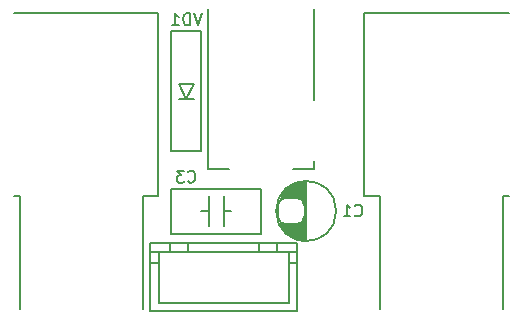
<source format=gbr>
G04 #@! TF.GenerationSoftware,KiCad,Pcbnew,5.1.6-c6e7f7d~87~ubuntu19.10.1*
G04 #@! TF.CreationDate,2022-07-30T16:49:33+06:00*
G04 #@! TF.ProjectId,1590N1_connector_board_r1b,31353930-4e31-45f6-936f-6e6e6563746f,1B*
G04 #@! TF.SameCoordinates,Original*
G04 #@! TF.FileFunction,Legend,Bot*
G04 #@! TF.FilePolarity,Positive*
%FSLAX46Y46*%
G04 Gerber Fmt 4.6, Leading zero omitted, Abs format (unit mm)*
G04 Created by KiCad (PCBNEW 5.1.6-c6e7f7d~87~ubuntu19.10.1) date 2022-07-30 16:49:33*
%MOMM*%
%LPD*%
G01*
G04 APERTURE LIST*
%ADD10C,0.200000*%
%ADD11R,2.100000X2.100000*%
%ADD12C,2.100000*%
%ADD13O,5.200000X3.200000*%
%ADD14O,3.200000X5.200000*%
%ADD15O,5.700000X3.200000*%
%ADD16O,2.900000X4.200000*%
%ADD17O,2.700000X4.100000*%
G04 APERTURE END LIST*
D10*
G36*
X109220000Y-150495000D02*
G01*
X108458000Y-150622000D01*
X107315000Y-151384000D01*
X106680000Y-153035000D01*
X107315000Y-154686000D01*
X108458000Y-155448000D01*
X109220000Y-155575000D01*
X109220000Y-150495000D01*
G37*
X109220000Y-150495000D02*
X108458000Y-150622000D01*
X107315000Y-151384000D01*
X106680000Y-153035000D01*
X107315000Y-154686000D01*
X108458000Y-155448000D01*
X109220000Y-155575000D01*
X109220000Y-150495000D01*
X111760000Y-153035000D02*
G75*
G03*
X111760000Y-153035000I-2540000J0D01*
G01*
X97790000Y-154940000D02*
X105410000Y-154940000D01*
X97790000Y-151130000D02*
X105410000Y-151130000D01*
X97790000Y-154940000D02*
X97790000Y-151130000D01*
X105410000Y-154940000D02*
X105410000Y-151130000D01*
X100330000Y-153035000D02*
X100965000Y-153035000D01*
X102235000Y-153035000D02*
X102870000Y-153035000D01*
X100965000Y-154305000D02*
X100965000Y-151765000D01*
X102235000Y-154305000D02*
X102235000Y-151765000D01*
X106735000Y-155765000D02*
X106735000Y-156465000D01*
X97735000Y-155765000D02*
X97735000Y-156465000D01*
X108435000Y-156465000D02*
X96035000Y-156465000D01*
X96035000Y-155765000D02*
X96035000Y-161515000D01*
X107735000Y-156465000D02*
X107735000Y-160815000D01*
X108435000Y-155765000D02*
X108435000Y-161515000D01*
X96735000Y-157465000D02*
X96035000Y-157465000D01*
X96735000Y-156465000D02*
X96735000Y-160815000D01*
X107735000Y-160815000D02*
X96735000Y-160815000D01*
X105235000Y-155765000D02*
X105235000Y-156465000D01*
X108435000Y-157465000D02*
X107735000Y-157465000D01*
X99235000Y-155765000D02*
X99235000Y-156465000D01*
X108435000Y-161515000D02*
X96035000Y-161515000D01*
X108435000Y-155765000D02*
X96035000Y-155765000D01*
X98425000Y-143510000D02*
X99695000Y-143510000D01*
X99695000Y-142240000D02*
X99060000Y-143510000D01*
X98425000Y-142240000D02*
X99060000Y-143510000D01*
X98425000Y-142240000D02*
X99695000Y-142240000D01*
X97790000Y-147955000D02*
X100330000Y-147955000D01*
X97790000Y-137795000D02*
X100330000Y-137795000D01*
X100330000Y-137795000D02*
X100330000Y-147955000D01*
X97790000Y-137795000D02*
X97790000Y-147955000D01*
X109910000Y-149455000D02*
X109910000Y-135890000D01*
X100910000Y-149455000D02*
X100910000Y-135890000D01*
X100910000Y-149455000D02*
X109910000Y-149455000D01*
X96670000Y-151755000D02*
X96670000Y-136255000D01*
X95370000Y-151755000D02*
X96670000Y-151755000D01*
X84455000Y-151755000D02*
X84970000Y-151755000D01*
X84455000Y-136255000D02*
X96670000Y-136255000D01*
X84970000Y-161290000D02*
X84970000Y-151755000D01*
X95370000Y-161290000D02*
X95370000Y-151755000D01*
X114150000Y-151755000D02*
X114150000Y-136255000D01*
X125850000Y-151755000D02*
X126365000Y-151755000D01*
X114150000Y-151755000D02*
X115450000Y-151755000D01*
X114150000Y-136255000D02*
X126365000Y-136255000D01*
X115450000Y-161290000D02*
X115450000Y-151755000D01*
X125850000Y-161290000D02*
X125850000Y-151755000D01*
X113350357Y-153392142D02*
X113397976Y-153439761D01*
X113540833Y-153487380D01*
X113636071Y-153487380D01*
X113778928Y-153439761D01*
X113874166Y-153344523D01*
X113921785Y-153249285D01*
X113969404Y-153058809D01*
X113969404Y-152915952D01*
X113921785Y-152725476D01*
X113874166Y-152630238D01*
X113778928Y-152535000D01*
X113636071Y-152487380D01*
X113540833Y-152487380D01*
X113397976Y-152535000D01*
X113350357Y-152582619D01*
X112397976Y-153487380D02*
X112969404Y-153487380D01*
X112683690Y-153487380D02*
X112683690Y-152487380D01*
X112778928Y-152630238D01*
X112874166Y-152725476D01*
X112969404Y-152773095D01*
X99226666Y-150534642D02*
X99274285Y-150582261D01*
X99417142Y-150629880D01*
X99512380Y-150629880D01*
X99655238Y-150582261D01*
X99750476Y-150487023D01*
X99798095Y-150391785D01*
X99845714Y-150201309D01*
X99845714Y-150058452D01*
X99798095Y-149867976D01*
X99750476Y-149772738D01*
X99655238Y-149677500D01*
X99512380Y-149629880D01*
X99417142Y-149629880D01*
X99274285Y-149677500D01*
X99226666Y-149725119D01*
X98893333Y-149629880D02*
X98274285Y-149629880D01*
X98607619Y-150010833D01*
X98464761Y-150010833D01*
X98369523Y-150058452D01*
X98321904Y-150106071D01*
X98274285Y-150201309D01*
X98274285Y-150439404D01*
X98321904Y-150534642D01*
X98369523Y-150582261D01*
X98464761Y-150629880D01*
X98750476Y-150629880D01*
X98845714Y-150582261D01*
X98893333Y-150534642D01*
X100369523Y-136294880D02*
X100036190Y-137294880D01*
X99702857Y-136294880D01*
X99369523Y-137294880D02*
X99369523Y-136294880D01*
X99131428Y-136294880D01*
X98988571Y-136342500D01*
X98893333Y-136437738D01*
X98845714Y-136532976D01*
X98798095Y-136723452D01*
X98798095Y-136866309D01*
X98845714Y-137056785D01*
X98893333Y-137152023D01*
X98988571Y-137247261D01*
X99131428Y-137294880D01*
X99369523Y-137294880D01*
X97845714Y-137294880D02*
X98417142Y-137294880D01*
X98131428Y-137294880D02*
X98131428Y-136294880D01*
X98226666Y-136437738D01*
X98321904Y-136532976D01*
X98417142Y-136580595D01*
%LPC*%
D11*
X113030000Y-157480000D03*
G36*
G01*
X109000000Y-152615000D02*
X109000000Y-153455000D01*
G75*
G02*
X108370000Y-154085000I-630000J0D01*
G01*
X107530000Y-154085000D01*
G75*
G02*
X106900000Y-153455000I0J630000D01*
G01*
X106900000Y-152615000D01*
G75*
G02*
X107530000Y-151985000I630000J0D01*
G01*
X108370000Y-151985000D01*
G75*
G02*
X109000000Y-152615000I0J-630000D01*
G01*
G37*
D12*
X110490000Y-153035000D03*
D11*
X110490000Y-157480000D03*
X99060000Y-153035000D03*
X104140000Y-153035000D03*
D12*
X105985000Y-158115000D03*
D11*
X103485000Y-158115000D03*
X100985000Y-158115000D03*
X98485000Y-158115000D03*
X99060000Y-146685000D03*
D12*
X99060000Y-139065000D03*
D13*
X105410000Y-142755000D03*
D14*
X110210000Y-146255000D03*
D15*
X105410000Y-148755000D03*
D16*
X90170000Y-142755000D03*
D17*
X92670000Y-157755000D03*
X87670000Y-157755000D03*
X118150000Y-157755000D03*
X123150000Y-157755000D03*
D16*
X120650000Y-142755000D03*
M02*

</source>
